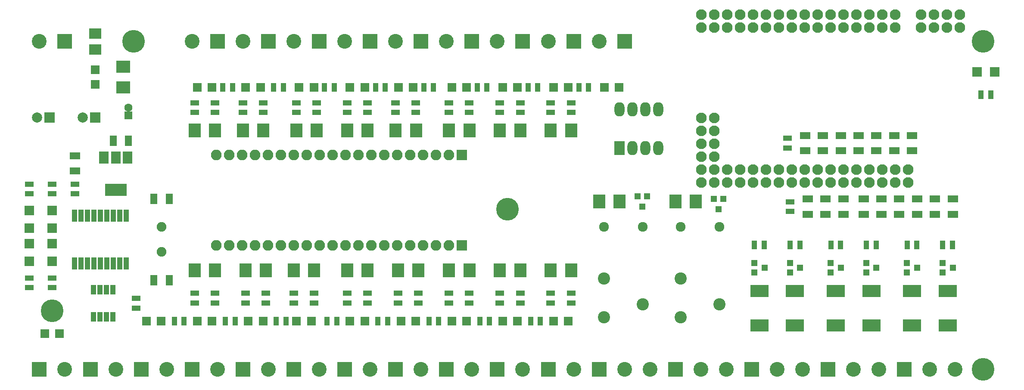
<source format=gts>
G04 #@! TF.FileFunction,Soldermask,Top*
%FSLAX46Y46*%
G04 Gerber Fmt 4.6, Leading zero omitted, Abs format (unit mm)*
G04 Created by KiCad (PCBNEW 4.0.7) date Thu Oct 12 07:51:30 2017*
%MOMM*%
%LPD*%
G01*
G04 APERTURE LIST*
%ADD10C,0.100000*%
%ADD11R,2.000000X2.000000*%
%ADD12C,2.000000*%
%ADD13R,1.600000X1.600000*%
%ADD14C,1.600000*%
%ADD15R,1.898600X1.898600*%
%ADD16R,2.701240X2.398980*%
%ADD17R,1.700480X1.799540*%
%ADD18R,1.799540X1.700480*%
%ADD19R,2.398980X2.701240*%
%ADD20R,3.597860X2.398980*%
%ADD21R,2.430000X2.050000*%
%ADD22R,2.100000X2.100000*%
%ADD23O,2.100000X2.100000*%
%ADD24R,2.900000X2.900000*%
%ADD25C,2.900000*%
%ADD26C,1.920000*%
%ADD27C,2.400000*%
%ADD28R,1.300000X1.200000*%
%ADD29R,1.200000X1.300000*%
%ADD30R,2.000000X2.800000*%
%ADD31O,2.000000X2.800000*%
%ADD32C,2.100000*%
%ADD33R,4.200000X2.400000*%
%ADD34R,1.900000X2.400000*%
%ADD35R,1.000000X1.950000*%
%ADD36R,1.000000X2.400000*%
%ADD37C,1.900000*%
%ADD38R,1.400000X2.000000*%
%ADD39R,2.000000X1.400000*%
%ADD40R,1.100000X1.700000*%
%ADD41R,1.700000X1.100000*%
%ADD42C,4.464000*%
G04 APERTURE END LIST*
D10*
D11*
X18000000Y-109500000D03*
D12*
X15500000Y-109500000D03*
D11*
X27000000Y-109500000D03*
D12*
X24500000Y-109500000D03*
D13*
X33500000Y-109000000D03*
D14*
X33500000Y-107500000D03*
D15*
X203747520Y-100500000D03*
X200252480Y-100500000D03*
D16*
X32500000Y-103509140D03*
X32500000Y-99490860D03*
D17*
X19950340Y-152000000D03*
X17049660Y-152000000D03*
X39950340Y-149500000D03*
X37049660Y-149500000D03*
X127049660Y-103500000D03*
X129950340Y-103500000D03*
D18*
X27000000Y-102950340D03*
X27000000Y-100049660D03*
D19*
X50509140Y-139500000D03*
X46490860Y-139500000D03*
X90509140Y-139500000D03*
X86490860Y-139500000D03*
X116490860Y-112000000D03*
X120509140Y-112000000D03*
X76490860Y-112000000D03*
X80509140Y-112000000D03*
D17*
X49950340Y-149500000D03*
X47049660Y-149500000D03*
X89950340Y-149500000D03*
X87049660Y-149500000D03*
X117049660Y-103500000D03*
X119950340Y-103500000D03*
X77049660Y-103500000D03*
X79950340Y-103500000D03*
D19*
X60509140Y-139500000D03*
X56490860Y-139500000D03*
X100509140Y-139500000D03*
X96490860Y-139500000D03*
X106490860Y-112000000D03*
X110509140Y-112000000D03*
X66490860Y-112000000D03*
X70509140Y-112000000D03*
D17*
X59950340Y-149500000D03*
X57049660Y-149500000D03*
X99950340Y-149500000D03*
X97049660Y-149500000D03*
X107049660Y-103500000D03*
X109950340Y-103500000D03*
X67049660Y-103500000D03*
X69950340Y-103500000D03*
D19*
X70009140Y-139500000D03*
X65990860Y-139500000D03*
X110509140Y-139500000D03*
X106490860Y-139500000D03*
X96490860Y-112000000D03*
X100509140Y-112000000D03*
X55990860Y-112000000D03*
X60009140Y-112000000D03*
D17*
X69450340Y-149500000D03*
X66549660Y-149500000D03*
X109950340Y-149500000D03*
X107049660Y-149500000D03*
X97049660Y-103500000D03*
X99950340Y-103500000D03*
X56549660Y-103500000D03*
X59450340Y-103500000D03*
D19*
X80509140Y-139500000D03*
X76490860Y-139500000D03*
X120509140Y-139500000D03*
X116490860Y-139500000D03*
X85990860Y-112000000D03*
X90009140Y-112000000D03*
X46490860Y-112000000D03*
X50509140Y-112000000D03*
D17*
X79950340Y-149500000D03*
X77049660Y-149500000D03*
X119950340Y-149500000D03*
X117049660Y-149500000D03*
X86549660Y-103500000D03*
X89450340Y-103500000D03*
X47049660Y-103500000D03*
X49950340Y-103500000D03*
D15*
X14000000Y-134252480D03*
X14000000Y-137747520D03*
X14000000Y-131247520D03*
X14000000Y-127752480D03*
X18500000Y-131247520D03*
X18500000Y-127752480D03*
X18500000Y-134252480D03*
X18500000Y-137747520D03*
D19*
X125990860Y-126000000D03*
X130009140Y-126000000D03*
D20*
X157500000Y-143601480D03*
X157500000Y-150398520D03*
X179500000Y-143601480D03*
X179500000Y-150398520D03*
X164500000Y-143601480D03*
X164500000Y-150398520D03*
X187500000Y-143601480D03*
X187500000Y-150398520D03*
D19*
X140990860Y-126000000D03*
X145009140Y-126000000D03*
D20*
X172500000Y-143601480D03*
X172500000Y-150398520D03*
X194500000Y-143601480D03*
X194500000Y-150398520D03*
D21*
X27000000Y-96080000D03*
X27000000Y-92920000D03*
D22*
X99060000Y-116840000D03*
D23*
X96520000Y-116840000D03*
X93980000Y-116840000D03*
X91440000Y-116840000D03*
X88900000Y-116840000D03*
X86360000Y-116840000D03*
X83820000Y-116840000D03*
X81280000Y-116840000D03*
X78740000Y-116840000D03*
X76200000Y-116840000D03*
X73660000Y-116840000D03*
X71120000Y-116840000D03*
X68580000Y-116840000D03*
X66040000Y-116840000D03*
X63500000Y-116840000D03*
X60960000Y-116840000D03*
X58420000Y-116840000D03*
X55880000Y-116840000D03*
X53340000Y-116840000D03*
X50800000Y-116840000D03*
D22*
X99060000Y-134620000D03*
D23*
X96520000Y-134620000D03*
X93980000Y-134620000D03*
X91440000Y-134620000D03*
X88900000Y-134620000D03*
X86360000Y-134620000D03*
X83820000Y-134620000D03*
X81280000Y-134620000D03*
X78740000Y-134620000D03*
X76200000Y-134620000D03*
X73660000Y-134620000D03*
X71120000Y-134620000D03*
X68580000Y-134620000D03*
X66040000Y-134620000D03*
X63500000Y-134620000D03*
X60960000Y-134620000D03*
X58420000Y-134620000D03*
X55880000Y-134620000D03*
X53340000Y-134620000D03*
X50800000Y-134620000D03*
D24*
X16000000Y-159000000D03*
D25*
X21000000Y-159000000D03*
D24*
X36000000Y-159000000D03*
D25*
X41000000Y-159000000D03*
D24*
X21000000Y-94500000D03*
D25*
X16000000Y-94500000D03*
D24*
X131000000Y-94500000D03*
D25*
X126000000Y-94500000D03*
D24*
X46000000Y-159000000D03*
D25*
X51000000Y-159000000D03*
D24*
X86000000Y-159000000D03*
D25*
X91000000Y-159000000D03*
D24*
X121000000Y-94500000D03*
D25*
X116000000Y-94500000D03*
D24*
X81000000Y-94500000D03*
D25*
X76000000Y-94500000D03*
D24*
X56000000Y-159000000D03*
D25*
X61000000Y-159000000D03*
D24*
X96000000Y-159000000D03*
D25*
X101000000Y-159000000D03*
D24*
X111000000Y-94500000D03*
D25*
X106000000Y-94500000D03*
D24*
X71000000Y-94500000D03*
D25*
X66000000Y-94500000D03*
D24*
X66000000Y-159000000D03*
D25*
X71000000Y-159000000D03*
D24*
X106000000Y-159000000D03*
D25*
X111000000Y-159000000D03*
D24*
X101000000Y-94500000D03*
D25*
X96000000Y-94500000D03*
D24*
X61000000Y-94500000D03*
D25*
X56000000Y-94500000D03*
D24*
X76000000Y-159000000D03*
D25*
X81000000Y-159000000D03*
D24*
X116000000Y-159000000D03*
D25*
X121000000Y-159000000D03*
D24*
X91000000Y-94500000D03*
D25*
X86000000Y-94500000D03*
D24*
X51000000Y-94500000D03*
D25*
X46000000Y-94500000D03*
D24*
X26000000Y-159000000D03*
D25*
X31000000Y-159000000D03*
X166000000Y-159000000D03*
D24*
X156000000Y-159000000D03*
D25*
X161000000Y-159000000D03*
X181000000Y-159000000D03*
D24*
X171000000Y-159000000D03*
D25*
X176000000Y-159000000D03*
X196000000Y-159000000D03*
D24*
X186000000Y-159000000D03*
D25*
X191000000Y-159000000D03*
X136000000Y-159000000D03*
D24*
X126000000Y-159000000D03*
D25*
X131000000Y-159000000D03*
X151000000Y-159000000D03*
D24*
X141000000Y-159000000D03*
D25*
X146000000Y-159000000D03*
D26*
X127000000Y-131000000D03*
D27*
X127000000Y-141160000D03*
X127000000Y-148780000D03*
X134620000Y-146240000D03*
D26*
X134620000Y-131000000D03*
X142000000Y-131000000D03*
D27*
X142000000Y-141160000D03*
X142000000Y-148780000D03*
X149620000Y-146240000D03*
D26*
X149620000Y-131000000D03*
D28*
X156500000Y-138050000D03*
X156500000Y-139950000D03*
X158500000Y-139000000D03*
X178500000Y-138050000D03*
X178500000Y-139950000D03*
X180500000Y-139000000D03*
D29*
X135450000Y-125000000D03*
X133550000Y-125000000D03*
X134500000Y-127000000D03*
D28*
X163500000Y-138050000D03*
X163500000Y-139950000D03*
X165500000Y-139000000D03*
X186500000Y-138050000D03*
X186500000Y-139950000D03*
X188500000Y-139000000D03*
D29*
X150450000Y-125500000D03*
X148550000Y-125500000D03*
X149500000Y-127500000D03*
D28*
X171500000Y-138050000D03*
X171500000Y-139950000D03*
X173500000Y-139000000D03*
X193500000Y-138050000D03*
X193500000Y-139950000D03*
X195500000Y-139000000D03*
D30*
X130000000Y-115500000D03*
D31*
X137620000Y-107880000D03*
X132540000Y-115500000D03*
X135080000Y-107880000D03*
X135080000Y-115500000D03*
X132540000Y-107880000D03*
X137620000Y-115500000D03*
X130000000Y-107880000D03*
D32*
X184200000Y-91760000D03*
X184200000Y-89220000D03*
X181660000Y-91760000D03*
X181660000Y-89220000D03*
X179120000Y-91760000D03*
X179120000Y-89220000D03*
X176580000Y-91760000D03*
X176580000Y-89220000D03*
X174040000Y-91760000D03*
X174040000Y-89220000D03*
X171500000Y-91760000D03*
X171500000Y-89220000D03*
X168960000Y-91760000D03*
X168960000Y-89220000D03*
X166420000Y-91760000D03*
X166420000Y-89220000D03*
X163880000Y-91760000D03*
X163880000Y-89220000D03*
X161340000Y-91760000D03*
X161340000Y-89220000D03*
X158800000Y-91760000D03*
X158800000Y-89220000D03*
X156260000Y-91760000D03*
X156260000Y-89220000D03*
X153720000Y-91760000D03*
X153720000Y-89220000D03*
X151180000Y-91760000D03*
X151180000Y-89220000D03*
X148640000Y-91760000D03*
X148640000Y-89220000D03*
X146100000Y-91760000D03*
X146100000Y-89220000D03*
X189280000Y-91760000D03*
X189280000Y-89220000D03*
X191820000Y-89220000D03*
X191820000Y-91760000D03*
X194360000Y-91760000D03*
X194360000Y-89220000D03*
X196900000Y-89220000D03*
X196900000Y-91760000D03*
X146100000Y-109540000D03*
X148640000Y-109540000D03*
X148640000Y-112080000D03*
X146100000Y-112080000D03*
X146100000Y-114620000D03*
X148640000Y-114620000D03*
X148640000Y-117160000D03*
X146100000Y-117160000D03*
X146100000Y-119700000D03*
X148640000Y-119700000D03*
X151180000Y-119700000D03*
X153720000Y-119700000D03*
X156260000Y-119700000D03*
X158800000Y-119700000D03*
X161340000Y-119700000D03*
X163880000Y-119700000D03*
X166420000Y-119700000D03*
X168960000Y-119700000D03*
X171500000Y-119700000D03*
X174040000Y-119700000D03*
X176580000Y-119700000D03*
X179120000Y-119700000D03*
X181660000Y-119700000D03*
X184200000Y-119700000D03*
X186740000Y-119700000D03*
X186740000Y-122240000D03*
X184200000Y-122240000D03*
X181660000Y-122240000D03*
X179120000Y-122240000D03*
X176580000Y-122240000D03*
X174040000Y-122240000D03*
X171500000Y-122240000D03*
X168960000Y-122240000D03*
X166420000Y-122240000D03*
X163880000Y-122240000D03*
X161340000Y-122240000D03*
X158800000Y-122240000D03*
X156260000Y-122240000D03*
X153720000Y-122240000D03*
X151180000Y-122240000D03*
X148640000Y-122240000D03*
X146100000Y-122240000D03*
D33*
X31000000Y-123650000D03*
D34*
X31000000Y-117350000D03*
X28700000Y-117350000D03*
X33300000Y-117350000D03*
D35*
X30405000Y-143300000D03*
X29135000Y-143300000D03*
X27865000Y-143300000D03*
X26595000Y-143300000D03*
X26595000Y-148700000D03*
X27865000Y-148700000D03*
X29135000Y-148700000D03*
X30405000Y-148700000D03*
D36*
X22920000Y-138200000D03*
X24190000Y-138200000D03*
X25460000Y-138200000D03*
X26730000Y-138200000D03*
X28000000Y-138200000D03*
X29270000Y-138200000D03*
X30540000Y-138200000D03*
X31810000Y-138200000D03*
X33080000Y-138200000D03*
X33080000Y-128800000D03*
X31810000Y-128800000D03*
X30540000Y-128800000D03*
X29270000Y-128800000D03*
X28000000Y-128800000D03*
X26730000Y-128800000D03*
X25460000Y-128800000D03*
X24190000Y-128800000D03*
X22920000Y-128800000D03*
D37*
X40000000Y-131000000D03*
X40000000Y-135880000D03*
D38*
X33500000Y-114000000D03*
X30500000Y-114000000D03*
D39*
X23000000Y-120000000D03*
X23000000Y-117000000D03*
X195500000Y-125500000D03*
X195500000Y-128500000D03*
X188500000Y-125500000D03*
X188500000Y-128500000D03*
X178000000Y-125500000D03*
X178000000Y-128500000D03*
X170500000Y-125500000D03*
X170500000Y-128500000D03*
X187500000Y-116000000D03*
X187500000Y-113000000D03*
X180500000Y-116000000D03*
X180500000Y-113000000D03*
X177000000Y-116000000D03*
X177000000Y-113000000D03*
X170000000Y-116000000D03*
X170000000Y-113000000D03*
X192000000Y-125500000D03*
X192000000Y-128500000D03*
X185000000Y-125500000D03*
X185000000Y-128500000D03*
X174000000Y-125500000D03*
X174000000Y-128500000D03*
X167000000Y-125500000D03*
X167000000Y-128500000D03*
X184000000Y-116000000D03*
X184000000Y-113000000D03*
X181500000Y-125500000D03*
X181500000Y-128500000D03*
X173500000Y-116000000D03*
X173500000Y-113000000D03*
X166500000Y-116000000D03*
X166500000Y-113000000D03*
D38*
X38500000Y-125500000D03*
X41500000Y-125500000D03*
X38500000Y-141500000D03*
X41500000Y-141500000D03*
D40*
X201050000Y-105000000D03*
X202950000Y-105000000D03*
X42550000Y-149500000D03*
X44450000Y-149500000D03*
D41*
X46500000Y-145950000D03*
X46500000Y-144050000D03*
X50500000Y-144050000D03*
X50500000Y-145950000D03*
D40*
X82550000Y-149500000D03*
X84450000Y-149500000D03*
D41*
X86500000Y-145950000D03*
X86500000Y-144050000D03*
X90500000Y-144050000D03*
X90500000Y-145950000D03*
D40*
X123950000Y-103500000D03*
X122050000Y-103500000D03*
D41*
X120500000Y-106550000D03*
X120500000Y-108450000D03*
X116500000Y-108450000D03*
X116500000Y-106550000D03*
D40*
X83950000Y-103500000D03*
X82050000Y-103500000D03*
D41*
X80500000Y-106550000D03*
X80500000Y-108450000D03*
X76500000Y-108450000D03*
X76500000Y-106550000D03*
D40*
X52550000Y-149500000D03*
X54450000Y-149500000D03*
D41*
X56500000Y-145950000D03*
X56500000Y-144050000D03*
X60500000Y-144050000D03*
X60500000Y-145950000D03*
D40*
X92550000Y-149500000D03*
X94450000Y-149500000D03*
D41*
X96500000Y-145950000D03*
X96500000Y-144050000D03*
X100500000Y-144050000D03*
X100500000Y-145950000D03*
D40*
X113950000Y-103500000D03*
X112050000Y-103500000D03*
D41*
X110500000Y-106550000D03*
X110500000Y-108450000D03*
X106500000Y-108450000D03*
X106500000Y-106550000D03*
D40*
X73950000Y-103500000D03*
X72050000Y-103500000D03*
D41*
X70500000Y-106550000D03*
X70500000Y-108450000D03*
X66500000Y-108450000D03*
X66500000Y-106550000D03*
D40*
X62550000Y-149500000D03*
X64450000Y-149500000D03*
D41*
X66000000Y-145950000D03*
X66000000Y-144050000D03*
X70000000Y-144050000D03*
X70000000Y-145950000D03*
D40*
X102550000Y-149500000D03*
X104450000Y-149500000D03*
D41*
X106500000Y-145950000D03*
X106500000Y-144050000D03*
X110500000Y-144050000D03*
X110500000Y-145950000D03*
D40*
X103950000Y-103500000D03*
X102050000Y-103500000D03*
D41*
X100500000Y-106550000D03*
X100500000Y-108450000D03*
X96500000Y-108450000D03*
X96500000Y-106550000D03*
D40*
X63950000Y-103500000D03*
X62050000Y-103500000D03*
D41*
X60000000Y-106550000D03*
X60000000Y-108450000D03*
X56000000Y-108450000D03*
X56000000Y-106550000D03*
D40*
X72550000Y-149500000D03*
X74450000Y-149500000D03*
D41*
X76500000Y-145950000D03*
X76500000Y-144050000D03*
X80500000Y-144050000D03*
X80500000Y-145950000D03*
D40*
X112550000Y-149500000D03*
X114450000Y-149500000D03*
D41*
X116500000Y-145950000D03*
X116500000Y-144050000D03*
X120500000Y-144050000D03*
X120500000Y-145950000D03*
D40*
X93450000Y-103500000D03*
X91550000Y-103500000D03*
D41*
X90000000Y-106550000D03*
X90000000Y-108450000D03*
X86000000Y-108450000D03*
X86000000Y-106550000D03*
D40*
X53950000Y-103500000D03*
X52050000Y-103500000D03*
D41*
X50500000Y-106550000D03*
X50500000Y-108450000D03*
X46500000Y-108450000D03*
X46500000Y-106550000D03*
X14000000Y-142950000D03*
X14000000Y-141050000D03*
X14000000Y-122550000D03*
X14000000Y-124450000D03*
X18500000Y-122550000D03*
X18500000Y-124450000D03*
X18500000Y-142950000D03*
X18500000Y-141050000D03*
X35000000Y-146950000D03*
X35000000Y-145050000D03*
X23000000Y-122550000D03*
X23000000Y-124450000D03*
D40*
X156550000Y-134500000D03*
X158450000Y-134500000D03*
X178550000Y-134500000D03*
X180450000Y-134500000D03*
D41*
X163500000Y-127950000D03*
X163500000Y-126050000D03*
D40*
X163550000Y-134500000D03*
X165450000Y-134500000D03*
X186550000Y-134500000D03*
X188450000Y-134500000D03*
D41*
X163000000Y-113550000D03*
X163000000Y-115450000D03*
D40*
X171550000Y-134500000D03*
X173450000Y-134500000D03*
X193550000Y-134500000D03*
X195450000Y-134500000D03*
D42*
X18500000Y-147500000D03*
X201500000Y-159000000D03*
X34500000Y-94500000D03*
X108000000Y-127500000D03*
X201500000Y-94500000D03*
M02*

</source>
